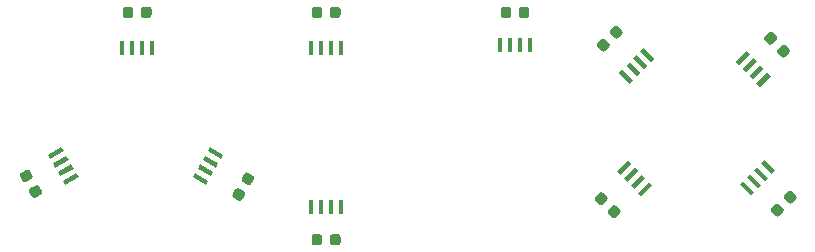
<source format=gbr>
%TF.GenerationSoftware,KiCad,Pcbnew,(5.1.10)-1*%
%TF.CreationDate,2021-12-20T17:30:05+01:00*%
%TF.ProjectId,Touchpad,546f7563-6870-4616-942e-6b696361645f,rev?*%
%TF.SameCoordinates,Original*%
%TF.FileFunction,Paste,Bot*%
%TF.FilePolarity,Positive*%
%FSLAX46Y46*%
G04 Gerber Fmt 4.6, Leading zero omitted, Abs format (unit mm)*
G04 Created by KiCad (PCBNEW (5.1.10)-1) date 2021-12-20 17:30:05*
%MOMM*%
%LPD*%
G01*
G04 APERTURE LIST*
%ADD10C,0.100000*%
%ADD11R,0.420000X1.300000*%
G04 APERTURE END LIST*
%TO.C,C13*%
G36*
G01*
X187362913Y-81777533D02*
X187716467Y-82131087D01*
G75*
G02*
X187716467Y-82449285I-159099J-159099D01*
G01*
X187398269Y-82767483D01*
G75*
G02*
X187080071Y-82767483I-159099J159099D01*
G01*
X186726517Y-82413929D01*
G75*
G02*
X186726517Y-82095731I159099J159099D01*
G01*
X187044715Y-81777533D01*
G75*
G02*
X187362913Y-81777533I159099J-159099D01*
G01*
G37*
G36*
G01*
X188458929Y-80681517D02*
X188812483Y-81035071D01*
G75*
G02*
X188812483Y-81353269I-159099J-159099D01*
G01*
X188494285Y-81671467D01*
G75*
G02*
X188176087Y-81671467I-159099J159099D01*
G01*
X187822533Y-81317913D01*
G75*
G02*
X187822533Y-80999715I159099J159099D01*
G01*
X188140731Y-80681517D01*
G75*
G02*
X188458929Y-80681517I159099J-159099D01*
G01*
G37*
%TD*%
%TO.C,C14*%
G36*
G01*
X187632033Y-96228087D02*
X187985587Y-95874533D01*
G75*
G02*
X188303785Y-95874533I159099J-159099D01*
G01*
X188621983Y-96192731D01*
G75*
G02*
X188621983Y-96510929I-159099J-159099D01*
G01*
X188268429Y-96864483D01*
G75*
G02*
X187950231Y-96864483I-159099J159099D01*
G01*
X187632033Y-96546285D01*
G75*
G02*
X187632033Y-96228087I159099J159099D01*
G01*
G37*
G36*
G01*
X186536017Y-95132071D02*
X186889571Y-94778517D01*
G75*
G02*
X187207769Y-94778517I159099J-159099D01*
G01*
X187525967Y-95096715D01*
G75*
G02*
X187525967Y-95414913I-159099J-159099D01*
G01*
X187172413Y-95768467D01*
G75*
G02*
X186854215Y-95768467I-159099J159099D01*
G01*
X186536017Y-95450269D01*
G75*
G02*
X186536017Y-95132071I159099J159099D01*
G01*
G37*
%TD*%
%TO.C,C15*%
G36*
G01*
X201812071Y-96737483D02*
X201458517Y-96383929D01*
G75*
G02*
X201458517Y-96065731I159099J159099D01*
G01*
X201776715Y-95747533D01*
G75*
G02*
X202094913Y-95747533I159099J-159099D01*
G01*
X202448467Y-96101087D01*
G75*
G02*
X202448467Y-96419285I-159099J-159099D01*
G01*
X202130269Y-96737483D01*
G75*
G02*
X201812071Y-96737483I-159099J159099D01*
G01*
G37*
G36*
G01*
X202908087Y-95641467D02*
X202554533Y-95287913D01*
G75*
G02*
X202554533Y-94969715I159099J159099D01*
G01*
X202872731Y-94651517D01*
G75*
G02*
X203190929Y-94651517I159099J-159099D01*
G01*
X203544483Y-95005071D01*
G75*
G02*
X203544483Y-95323269I-159099J-159099D01*
G01*
X203226285Y-95641467D01*
G75*
G02*
X202908087Y-95641467I-159099J159099D01*
G01*
G37*
%TD*%
%TO.C,C16*%
G36*
G01*
X202972983Y-82921929D02*
X202619429Y-83275483D01*
G75*
G02*
X202301231Y-83275483I-159099J159099D01*
G01*
X201983033Y-82957285D01*
G75*
G02*
X201983033Y-82639087I159099J159099D01*
G01*
X202336587Y-82285533D01*
G75*
G02*
X202654785Y-82285533I159099J-159099D01*
G01*
X202972983Y-82603731D01*
G75*
G02*
X202972983Y-82921929I-159099J-159099D01*
G01*
G37*
G36*
G01*
X201876967Y-81825913D02*
X201523413Y-82179467D01*
G75*
G02*
X201205215Y-82179467I-159099J159099D01*
G01*
X200887017Y-81861269D01*
G75*
G02*
X200887017Y-81543071I159099J159099D01*
G01*
X201240571Y-81189517D01*
G75*
G02*
X201558769Y-81189517I159099J-159099D01*
G01*
X201876967Y-81507715D01*
G75*
G02*
X201876967Y-81825913I-159099J-159099D01*
G01*
G37*
%TD*%
D10*
%TO.C,D7*%
G36*
X191268188Y-83717051D02*
G01*
X190348949Y-82797812D01*
X190645934Y-82500827D01*
X191565173Y-83420066D01*
X191268188Y-83717051D01*
G37*
G36*
X190667147Y-84318092D02*
G01*
X189747908Y-83398853D01*
X190044893Y-83101868D01*
X190964132Y-84021107D01*
X190667147Y-84318092D01*
G37*
G36*
X190066107Y-84919132D02*
G01*
X189146868Y-83999893D01*
X189443853Y-83702908D01*
X190363092Y-84622147D01*
X190066107Y-84919132D01*
G37*
G36*
X189465066Y-85520173D02*
G01*
X188545827Y-84600934D01*
X188842812Y-84303949D01*
X189762051Y-85223188D01*
X189465066Y-85520173D01*
G37*
%TD*%
%TO.C,D8*%
G36*
X191374673Y-94125934D02*
G01*
X190455434Y-95045173D01*
X190158449Y-94748188D01*
X191077688Y-93828949D01*
X191374673Y-94125934D01*
G37*
G36*
X190773632Y-93524893D02*
G01*
X189854393Y-94444132D01*
X189557408Y-94147147D01*
X190476647Y-93227908D01*
X190773632Y-93524893D01*
G37*
G36*
X190172592Y-92923853D02*
G01*
X189253353Y-93843092D01*
X188956368Y-93546107D01*
X189875607Y-92626868D01*
X190172592Y-92923853D01*
G37*
G36*
X189571551Y-92322812D02*
G01*
X188652312Y-93242051D01*
X188355327Y-92945066D01*
X189274566Y-92025827D01*
X189571551Y-92322812D01*
G37*
%TD*%
%TO.C,D9*%
G36*
X199066312Y-93765449D02*
G01*
X199985551Y-94684688D01*
X199688566Y-94981673D01*
X198769327Y-94062434D01*
X199066312Y-93765449D01*
G37*
G36*
X199667353Y-93164408D02*
G01*
X200586592Y-94083647D01*
X200289607Y-94380632D01*
X199370368Y-93461393D01*
X199667353Y-93164408D01*
G37*
G36*
X200268393Y-92563368D02*
G01*
X201187632Y-93482607D01*
X200890647Y-93779592D01*
X199971408Y-92860353D01*
X200268393Y-92563368D01*
G37*
G36*
X200869434Y-91962327D02*
G01*
X201788673Y-92881566D01*
X201491688Y-93178551D01*
X200572449Y-92259312D01*
X200869434Y-91962327D01*
G37*
%TD*%
%TO.C,D10*%
G36*
X198388327Y-83674066D02*
G01*
X199307566Y-82754827D01*
X199604551Y-83051812D01*
X198685312Y-83971051D01*
X198388327Y-83674066D01*
G37*
G36*
X198989368Y-84275107D02*
G01*
X199908607Y-83355868D01*
X200205592Y-83652853D01*
X199286353Y-84572092D01*
X198989368Y-84275107D01*
G37*
G36*
X199590408Y-84876147D02*
G01*
X200509647Y-83956908D01*
X200806632Y-84253893D01*
X199887393Y-85173132D01*
X199590408Y-84876147D01*
G37*
G36*
X200191449Y-85477188D02*
G01*
X201110688Y-84557949D01*
X201407673Y-84854934D01*
X200488434Y-85774173D01*
X200191449Y-85477188D01*
G37*
%TD*%
%TO.C,C17*%
G36*
G01*
X137920994Y-93064118D02*
X138354006Y-92814118D01*
G75*
G02*
X138661362Y-92896474I112500J-194856D01*
G01*
X138886362Y-93286186D01*
G75*
G02*
X138804006Y-93593542I-194856J-112500D01*
G01*
X138370994Y-93843542D01*
G75*
G02*
X138063638Y-93761186I-112500J194856D01*
G01*
X137838638Y-93371474D01*
G75*
G02*
X137920994Y-93064118I194856J112500D01*
G01*
G37*
G36*
G01*
X138695994Y-94406458D02*
X139129006Y-94156458D01*
G75*
G02*
X139436362Y-94238814I112500J-194856D01*
G01*
X139661362Y-94628526D01*
G75*
G02*
X139579006Y-94935882I-194856J-112500D01*
G01*
X139145994Y-95185882D01*
G75*
G02*
X138838638Y-95103526I-112500J194856D01*
G01*
X138613638Y-94713814D01*
G75*
G02*
X138695994Y-94406458I194856J112500D01*
G01*
G37*
%TD*%
%TO.C,C18*%
G36*
G01*
X157129006Y-94093542D02*
X156695994Y-93843542D01*
G75*
G02*
X156613638Y-93536186I112500J194856D01*
G01*
X156838638Y-93146474D01*
G75*
G02*
X157145994Y-93064118I194856J-112500D01*
G01*
X157579006Y-93314118D01*
G75*
G02*
X157661362Y-93621474I-112500J-194856D01*
G01*
X157436362Y-94011186D01*
G75*
G02*
X157129006Y-94093542I-194856J112500D01*
G01*
G37*
G36*
G01*
X156354006Y-95435882D02*
X155920994Y-95185882D01*
G75*
G02*
X155838638Y-94878526I112500J194856D01*
G01*
X156063638Y-94488814D01*
G75*
G02*
X156370994Y-94406458I194856J-112500D01*
G01*
X156804006Y-94656458D01*
G75*
G02*
X156886362Y-94963814I-112500J-194856D01*
G01*
X156661362Y-95353526D01*
G75*
G02*
X156354006Y-95435882I-194856J112500D01*
G01*
G37*
%TD*%
%TO.C,C19*%
G36*
G01*
X148975000Y-79250000D02*
X148975000Y-79750000D01*
G75*
G02*
X148750000Y-79975000I-225000J0D01*
G01*
X148300000Y-79975000D01*
G75*
G02*
X148075000Y-79750000I0J225000D01*
G01*
X148075000Y-79250000D01*
G75*
G02*
X148300000Y-79025000I225000J0D01*
G01*
X148750000Y-79025000D01*
G75*
G02*
X148975000Y-79250000I0J-225000D01*
G01*
G37*
G36*
G01*
X147425000Y-79250000D02*
X147425000Y-79750000D01*
G75*
G02*
X147200000Y-79975000I-225000J0D01*
G01*
X146750000Y-79975000D01*
G75*
G02*
X146525000Y-79750000I0J225000D01*
G01*
X146525000Y-79250000D01*
G75*
G02*
X146750000Y-79025000I225000J0D01*
G01*
X147200000Y-79025000D01*
G75*
G02*
X147425000Y-79250000I0J-225000D01*
G01*
G37*
%TD*%
%TO.C,C20*%
G36*
G01*
X162525000Y-99000000D02*
X162525000Y-98500000D01*
G75*
G02*
X162750000Y-98275000I225000J0D01*
G01*
X163200000Y-98275000D01*
G75*
G02*
X163425000Y-98500000I0J-225000D01*
G01*
X163425000Y-99000000D01*
G75*
G02*
X163200000Y-99225000I-225000J0D01*
G01*
X162750000Y-99225000D01*
G75*
G02*
X162525000Y-99000000I0J225000D01*
G01*
G37*
G36*
G01*
X164075000Y-99000000D02*
X164075000Y-98500000D01*
G75*
G02*
X164300000Y-98275000I225000J0D01*
G01*
X164750000Y-98275000D01*
G75*
G02*
X164975000Y-98500000I0J-225000D01*
G01*
X164975000Y-99000000D01*
G75*
G02*
X164750000Y-99225000I-225000J0D01*
G01*
X164300000Y-99225000D01*
G75*
G02*
X164075000Y-99000000I0J225000D01*
G01*
G37*
%TD*%
%TO.C,C21*%
G36*
G01*
X163425000Y-79250000D02*
X163425000Y-79750000D01*
G75*
G02*
X163200000Y-79975000I-225000J0D01*
G01*
X162750000Y-79975000D01*
G75*
G02*
X162525000Y-79750000I0J225000D01*
G01*
X162525000Y-79250000D01*
G75*
G02*
X162750000Y-79025000I225000J0D01*
G01*
X163200000Y-79025000D01*
G75*
G02*
X163425000Y-79250000I0J-225000D01*
G01*
G37*
G36*
G01*
X164975000Y-79250000D02*
X164975000Y-79750000D01*
G75*
G02*
X164750000Y-79975000I-225000J0D01*
G01*
X164300000Y-79975000D01*
G75*
G02*
X164075000Y-79750000I0J225000D01*
G01*
X164075000Y-79250000D01*
G75*
G02*
X164300000Y-79025000I225000J0D01*
G01*
X164750000Y-79025000D01*
G75*
G02*
X164975000Y-79250000I0J-225000D01*
G01*
G37*
%TD*%
%TO.C,C22*%
G36*
G01*
X179425000Y-79250000D02*
X179425000Y-79750000D01*
G75*
G02*
X179200000Y-79975000I-225000J0D01*
G01*
X178750000Y-79975000D01*
G75*
G02*
X178525000Y-79750000I0J225000D01*
G01*
X178525000Y-79250000D01*
G75*
G02*
X178750000Y-79025000I225000J0D01*
G01*
X179200000Y-79025000D01*
G75*
G02*
X179425000Y-79250000I0J-225000D01*
G01*
G37*
G36*
G01*
X180975000Y-79250000D02*
X180975000Y-79750000D01*
G75*
G02*
X180750000Y-79975000I-225000J0D01*
G01*
X180300000Y-79975000D01*
G75*
G02*
X180075000Y-79750000I0J225000D01*
G01*
X180075000Y-79250000D01*
G75*
G02*
X180300000Y-79025000I225000J0D01*
G01*
X180750000Y-79025000D01*
G75*
G02*
X180975000Y-79250000I0J-225000D01*
G01*
G37*
%TD*%
%TO.C,D11*%
G36*
X142805417Y-93461047D02*
G01*
X141679583Y-94111047D01*
X141469583Y-93747317D01*
X142595417Y-93097317D01*
X142805417Y-93461047D01*
G37*
G36*
X142380417Y-92724926D02*
G01*
X141254583Y-93374926D01*
X141044583Y-93011196D01*
X142170417Y-92361196D01*
X142380417Y-92724926D01*
G37*
G36*
X141955417Y-91988804D02*
G01*
X140829583Y-92638804D01*
X140619583Y-92275074D01*
X141745417Y-91625074D01*
X141955417Y-91988804D01*
G37*
G36*
X141530417Y-91252683D02*
G01*
X140404583Y-91902683D01*
X140194583Y-91538953D01*
X141320417Y-90888953D01*
X141530417Y-91252683D01*
G37*
%TD*%
%TO.C,D12*%
G36*
X152654583Y-93097317D02*
G01*
X153780417Y-93747317D01*
X153570417Y-94111047D01*
X152444583Y-93461047D01*
X152654583Y-93097317D01*
G37*
G36*
X153079583Y-92361196D02*
G01*
X154205417Y-93011196D01*
X153995417Y-93374926D01*
X152869583Y-92724926D01*
X153079583Y-92361196D01*
G37*
G36*
X153504583Y-91625074D02*
G01*
X154630417Y-92275074D01*
X154420417Y-92638804D01*
X153294583Y-91988804D01*
X153504583Y-91625074D01*
G37*
G36*
X153929583Y-90888953D02*
G01*
X155055417Y-91538953D01*
X154845417Y-91902683D01*
X153719583Y-91252683D01*
X153929583Y-90888953D01*
G37*
%TD*%
D11*
%TO.C,D13*%
X146475000Y-82500000D03*
X147325000Y-82500000D03*
X148175000Y-82500000D03*
X149025000Y-82500000D03*
%TD*%
%TO.C,D14*%
X162475000Y-96000000D03*
X163325000Y-96000000D03*
X164175000Y-96000000D03*
X165025000Y-96000000D03*
%TD*%
%TO.C,D15*%
X162475000Y-82500000D03*
X163325000Y-82500000D03*
X164175000Y-82500000D03*
X165025000Y-82500000D03*
%TD*%
%TO.C,D16*%
X181025000Y-82250000D03*
X180175000Y-82250000D03*
X179325000Y-82250000D03*
X178475000Y-82250000D03*
%TD*%
M02*

</source>
